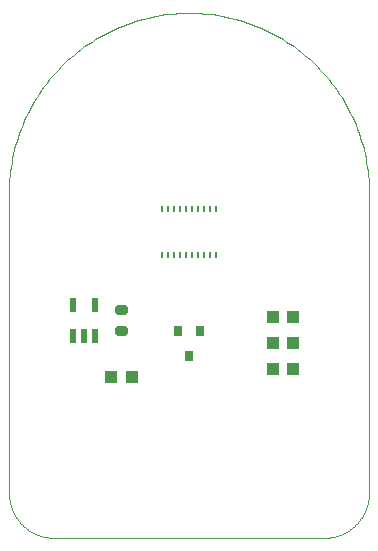
<source format=gtp>
G75*
%MOIN*%
%OFA0B0*%
%FSLAX25Y25*%
%IPPOS*%
%LPD*%
%AMOC8*
5,1,8,0,0,1.08239X$1,22.5*
%
%ADD10R,0.00787X0.01969*%
%ADD11C,0.00000*%
%ADD12R,0.04331X0.03937*%
%ADD13R,0.03150X0.03543*%
%ADD14C,0.02830*%
%ADD15R,0.02165X0.04724*%
D10*
X0055132Y0098198D03*
X0057101Y0098198D03*
X0059069Y0098198D03*
X0061038Y0098198D03*
X0063006Y0098198D03*
X0064975Y0098198D03*
X0066943Y0098198D03*
X0068912Y0098198D03*
X0070880Y0098198D03*
X0072849Y0098198D03*
X0072849Y0113552D03*
X0070880Y0113552D03*
X0068912Y0113552D03*
X0066943Y0113552D03*
X0064975Y0113552D03*
X0063006Y0113552D03*
X0061038Y0113552D03*
X0059069Y0113552D03*
X0057101Y0113552D03*
X0055132Y0113552D03*
D11*
X0004000Y0119000D02*
X0004000Y0019000D01*
X0004004Y0018638D01*
X0004018Y0018275D01*
X0004039Y0017913D01*
X0004070Y0017552D01*
X0004109Y0017192D01*
X0004157Y0016833D01*
X0004214Y0016475D01*
X0004279Y0016118D01*
X0004353Y0015763D01*
X0004436Y0015410D01*
X0004527Y0015059D01*
X0004626Y0014711D01*
X0004734Y0014365D01*
X0004850Y0014021D01*
X0004975Y0013681D01*
X0005107Y0013344D01*
X0005248Y0013010D01*
X0005397Y0012679D01*
X0005554Y0012352D01*
X0005718Y0012029D01*
X0005890Y0011710D01*
X0006070Y0011396D01*
X0006258Y0011085D01*
X0006453Y0010780D01*
X0006655Y0010479D01*
X0006865Y0010183D01*
X0007081Y0009893D01*
X0007305Y0009607D01*
X0007535Y0009327D01*
X0007772Y0009053D01*
X0008016Y0008785D01*
X0008266Y0008522D01*
X0008522Y0008266D01*
X0008785Y0008016D01*
X0009053Y0007772D01*
X0009327Y0007535D01*
X0009607Y0007305D01*
X0009893Y0007081D01*
X0010183Y0006865D01*
X0010479Y0006655D01*
X0010780Y0006453D01*
X0011085Y0006258D01*
X0011396Y0006070D01*
X0011710Y0005890D01*
X0012029Y0005718D01*
X0012352Y0005554D01*
X0012679Y0005397D01*
X0013010Y0005248D01*
X0013344Y0005107D01*
X0013681Y0004975D01*
X0014021Y0004850D01*
X0014365Y0004734D01*
X0014711Y0004626D01*
X0015059Y0004527D01*
X0015410Y0004436D01*
X0015763Y0004353D01*
X0016118Y0004279D01*
X0016475Y0004214D01*
X0016833Y0004157D01*
X0017192Y0004109D01*
X0017552Y0004070D01*
X0017913Y0004039D01*
X0018275Y0004018D01*
X0018638Y0004004D01*
X0019000Y0004000D01*
X0109000Y0004000D01*
X0109362Y0004004D01*
X0109725Y0004018D01*
X0110087Y0004039D01*
X0110448Y0004070D01*
X0110808Y0004109D01*
X0111167Y0004157D01*
X0111525Y0004214D01*
X0111882Y0004279D01*
X0112237Y0004353D01*
X0112590Y0004436D01*
X0112941Y0004527D01*
X0113289Y0004626D01*
X0113635Y0004734D01*
X0113979Y0004850D01*
X0114319Y0004975D01*
X0114656Y0005107D01*
X0114990Y0005248D01*
X0115321Y0005397D01*
X0115648Y0005554D01*
X0115971Y0005718D01*
X0116290Y0005890D01*
X0116604Y0006070D01*
X0116915Y0006258D01*
X0117220Y0006453D01*
X0117521Y0006655D01*
X0117817Y0006865D01*
X0118107Y0007081D01*
X0118393Y0007305D01*
X0118673Y0007535D01*
X0118947Y0007772D01*
X0119215Y0008016D01*
X0119478Y0008266D01*
X0119734Y0008522D01*
X0119984Y0008785D01*
X0120228Y0009053D01*
X0120465Y0009327D01*
X0120695Y0009607D01*
X0120919Y0009893D01*
X0121135Y0010183D01*
X0121345Y0010479D01*
X0121547Y0010780D01*
X0121742Y0011085D01*
X0121930Y0011396D01*
X0122110Y0011710D01*
X0122282Y0012029D01*
X0122446Y0012352D01*
X0122603Y0012679D01*
X0122752Y0013010D01*
X0122893Y0013344D01*
X0123025Y0013681D01*
X0123150Y0014021D01*
X0123266Y0014365D01*
X0123374Y0014711D01*
X0123473Y0015059D01*
X0123564Y0015410D01*
X0123647Y0015763D01*
X0123721Y0016118D01*
X0123786Y0016475D01*
X0123843Y0016833D01*
X0123891Y0017192D01*
X0123930Y0017552D01*
X0123961Y0017913D01*
X0123982Y0018275D01*
X0123996Y0018638D01*
X0124000Y0019000D01*
X0124000Y0119000D01*
X0123982Y0120461D01*
X0123929Y0121921D01*
X0123840Y0123380D01*
X0123716Y0124836D01*
X0123556Y0126288D01*
X0123361Y0127736D01*
X0123130Y0129179D01*
X0122865Y0130616D01*
X0122565Y0132046D01*
X0122230Y0133468D01*
X0121860Y0134882D01*
X0121456Y0136286D01*
X0121018Y0137680D01*
X0120546Y0139063D01*
X0120041Y0140434D01*
X0119502Y0141792D01*
X0118931Y0143137D01*
X0118327Y0144467D01*
X0117691Y0145783D01*
X0117023Y0147082D01*
X0116323Y0148365D01*
X0115592Y0149630D01*
X0114831Y0150878D01*
X0114040Y0152106D01*
X0113219Y0153315D01*
X0112369Y0154503D01*
X0111490Y0155670D01*
X0110583Y0156816D01*
X0109648Y0157939D01*
X0108686Y0159039D01*
X0107698Y0160115D01*
X0106684Y0161167D01*
X0105644Y0162194D01*
X0104580Y0163195D01*
X0103492Y0164171D01*
X0102380Y0165119D01*
X0101246Y0166040D01*
X0100089Y0166933D01*
X0098912Y0167797D01*
X0097713Y0168633D01*
X0096494Y0169439D01*
X0095256Y0170216D01*
X0094000Y0170962D01*
X0092726Y0171677D01*
X0091435Y0172361D01*
X0090127Y0173013D01*
X0088804Y0173633D01*
X0087466Y0174221D01*
X0086115Y0174776D01*
X0084750Y0175298D01*
X0083373Y0175786D01*
X0081984Y0176241D01*
X0080585Y0176662D01*
X0079176Y0177049D01*
X0077758Y0177401D01*
X0076332Y0177719D01*
X0074898Y0178002D01*
X0073458Y0178250D01*
X0072013Y0178463D01*
X0070562Y0178640D01*
X0069108Y0178782D01*
X0067651Y0178889D01*
X0066191Y0178960D01*
X0064731Y0178996D01*
X0063269Y0178996D01*
X0061809Y0178960D01*
X0060349Y0178889D01*
X0058892Y0178782D01*
X0057438Y0178640D01*
X0055987Y0178463D01*
X0054542Y0178250D01*
X0053102Y0178002D01*
X0051668Y0177719D01*
X0050242Y0177401D01*
X0048824Y0177049D01*
X0047415Y0176662D01*
X0046016Y0176241D01*
X0044627Y0175786D01*
X0043250Y0175298D01*
X0041885Y0174776D01*
X0040534Y0174221D01*
X0039196Y0173633D01*
X0037873Y0173013D01*
X0036565Y0172361D01*
X0035274Y0171677D01*
X0034000Y0170962D01*
X0032744Y0170216D01*
X0031506Y0169439D01*
X0030287Y0168633D01*
X0029088Y0167797D01*
X0027911Y0166933D01*
X0026754Y0166040D01*
X0025620Y0165119D01*
X0024508Y0164171D01*
X0023420Y0163195D01*
X0022356Y0162194D01*
X0021316Y0161167D01*
X0020302Y0160115D01*
X0019314Y0159039D01*
X0018352Y0157939D01*
X0017417Y0156816D01*
X0016510Y0155670D01*
X0015631Y0154503D01*
X0014781Y0153315D01*
X0013960Y0152106D01*
X0013169Y0150878D01*
X0012408Y0149630D01*
X0011677Y0148365D01*
X0010977Y0147082D01*
X0010309Y0145783D01*
X0009673Y0144467D01*
X0009069Y0143137D01*
X0008498Y0141792D01*
X0007959Y0140434D01*
X0007454Y0139063D01*
X0006982Y0137680D01*
X0006544Y0136286D01*
X0006140Y0134882D01*
X0005770Y0133468D01*
X0005435Y0132046D01*
X0005135Y0130616D01*
X0004870Y0129179D01*
X0004639Y0127736D01*
X0004444Y0126288D01*
X0004284Y0124836D01*
X0004160Y0123380D01*
X0004071Y0121921D01*
X0004018Y0120461D01*
X0004000Y0119000D01*
D12*
X0038154Y0057750D03*
X0044846Y0057750D03*
X0091904Y0060250D03*
X0091904Y0069000D03*
X0091904Y0077750D03*
X0098596Y0077750D03*
X0098596Y0069000D03*
X0098596Y0060250D03*
D13*
X0067740Y0072937D03*
X0064000Y0064669D03*
X0060260Y0072937D03*
D14*
X0042250Y0073353D02*
X0040750Y0073353D01*
X0042250Y0073353D02*
X0042250Y0072647D01*
X0040750Y0072647D01*
X0040750Y0073353D01*
X0040750Y0080353D02*
X0042250Y0080353D01*
X0042250Y0079647D01*
X0040750Y0079647D01*
X0040750Y0080353D01*
D15*
X0032740Y0081618D03*
X0032740Y0071382D03*
X0029000Y0071382D03*
X0025260Y0071382D03*
X0025260Y0081618D03*
M02*

</source>
